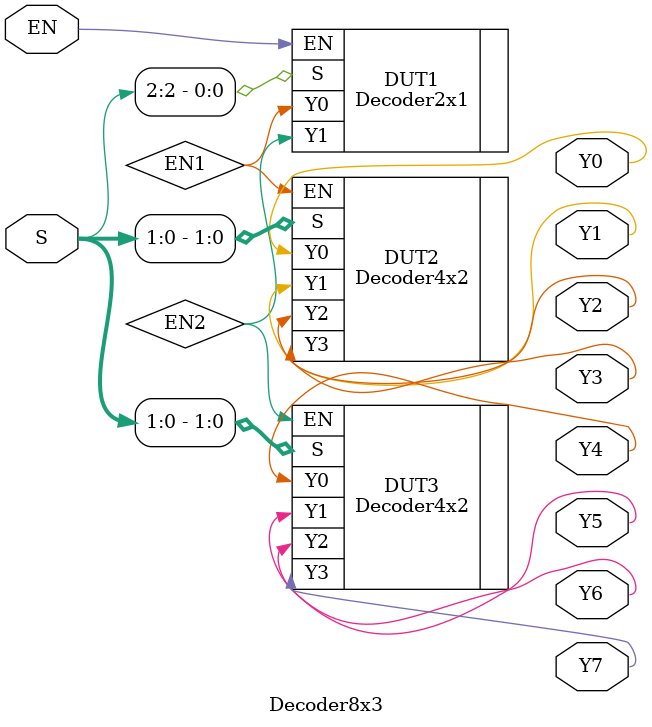
<source format=v>
module Decoder8x3(S,EN,Y0,Y1,Y2,Y3,Y4,Y5,Y6,Y7);
input [2:0]S;
input EN;
output Y0,Y1,Y2,Y3,Y4,Y5,Y6,Y7;
wire EN1,EN2;
Decoder2x1 DUT1 (.S(S[2]),.EN(EN),.Y0(EN1),.Y1(EN2));
Decoder4x2 DUT2 (.S(S[1:0]),.EN(EN1),.Y0(Y0),.Y1(Y1),.Y2(Y2),.Y3(Y3));
Decoder4x2 DUT3 (.S(S[1:0]),.EN(EN2),.Y0(Y4),.Y1(Y5),.Y2(Y6),.Y3(Y7));

endmodule
</source>
